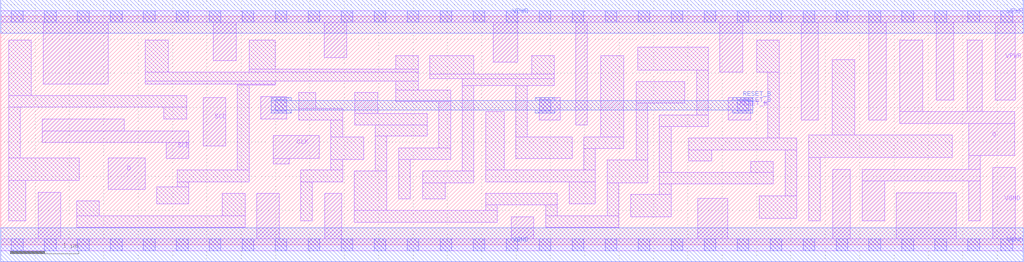
<source format=lef>
# Copyright 2020 The SkyWater PDK Authors
#
# Licensed under the Apache License, Version 2.0 (the "License");
# you may not use this file except in compliance with the License.
# You may obtain a copy of the License at
#
#     https://www.apache.org/licenses/LICENSE-2.0
#
# Unless required by applicable law or agreed to in writing, software
# distributed under the License is distributed on an "AS IS" BASIS,
# WITHOUT WARRANTIES OR CONDITIONS OF ANY KIND, either express or implied.
# See the License for the specific language governing permissions and
# limitations under the License.
#
# SPDX-License-Identifier: Apache-2.0

VERSION 5.7 ;
  NAMESCASESENSITIVE ON ;
  NOWIREEXTENSIONATPIN ON ;
  DIVIDERCHAR "/" ;
  BUSBITCHARS "[]" ;
UNITS
  DATABASE MICRONS 200 ;
END UNITS
MACRO sky130_fd_sc_hs__sdfrtp_4
  CLASS CORE ;
  SOURCE USER ;
  FOREIGN sky130_fd_sc_hs__sdfrtp_4 ;
  ORIGIN  0.000000  0.000000 ;
  SIZE  14.88000 BY  3.330000 ;
  SYMMETRY X Y R90 ;
  SITE unit ;
  PIN D
    ANTENNAGATEAREA  0.159000 ;
    DIRECTION INPUT ;
    USE SIGNAL ;
    PORT
      LAYER li1 ;
        RECT 1.565000 0.810000 2.100000 1.265000 ;
    END
  END D
  PIN Q
    ANTENNADIFFAREA  1.086400 ;
    DIRECTION OUTPUT ;
    USE SIGNAL ;
    PORT
      LAYER li1 ;
        RECT 12.535000 0.350000 12.865000 0.930000 ;
        RECT 12.535000 0.930000 14.255000 1.100000 ;
        RECT 13.085000 1.770000 14.755000 1.940000 ;
        RECT 13.085000 1.940000 13.415000 2.980000 ;
        RECT 14.065000 1.940000 14.280000 2.980000 ;
        RECT 14.085000 0.350000 14.255000 0.930000 ;
        RECT 14.085000 1.100000 14.255000 1.300000 ;
        RECT 14.085000 1.300000 14.755000 1.770000 ;
    END
  END Q
  PIN RESET_B
    ANTENNAGATEAREA  0.411000 ;
    DIRECTION INPUT ;
    USE SIGNAL ;
    PORT
      LAYER li1 ;
        RECT  3.785000 1.830000  4.165000 2.160000 ;
        RECT  7.835000 1.820000  8.145000 2.150000 ;
        RECT 10.585000 1.820000 10.915000 2.150000 ;
      LAYER mcon ;
        RECT  3.995000 1.950000  4.165000 2.120000 ;
        RECT  7.835000 1.950000  8.005000 2.120000 ;
        RECT 10.715000 1.950000 10.885000 2.120000 ;
      LAYER met1 ;
        RECT  3.935000 1.920000  4.225000 1.965000 ;
        RECT  3.935000 1.965000 10.945000 2.105000 ;
        RECT  3.935000 2.105000  4.225000 2.150000 ;
        RECT  7.775000 1.920000  8.065000 1.965000 ;
        RECT  7.775000 2.105000  8.065000 2.150000 ;
        RECT 10.655000 1.920000 10.945000 1.965000 ;
        RECT 10.655000 2.105000 10.945000 2.150000 ;
    END
  END RESET_B
  PIN SCD
    ANTENNAGATEAREA  0.159000 ;
    DIRECTION INPUT ;
    USE SIGNAL ;
    PORT
      LAYER li1 ;
        RECT 2.945000 1.440000 3.275000 2.150000 ;
    END
  END SCD
  PIN SCE
    ANTENNAGATEAREA  0.318000 ;
    DIRECTION INPUT ;
    USE SIGNAL ;
    PORT
      LAYER li1 ;
        RECT 0.605000 1.490000 2.735000 1.660000 ;
        RECT 0.605000 1.660000 1.795000 1.835000 ;
        RECT 2.405000 1.260000 2.735000 1.490000 ;
    END
  END SCE
  PIN CLK
    ANTENNAGATEAREA  0.279000 ;
    DIRECTION INPUT ;
    USE CLOCK ;
    PORT
      LAYER li1 ;
        RECT 3.965000 1.180000 4.195000 1.260000 ;
        RECT 3.965000 1.260000 4.635000 1.590000 ;
    END
  END CLK
  PIN VGND
    DIRECTION INOUT ;
    USE GROUND ;
    PORT
      LAYER li1 ;
        RECT  0.000000 -0.085000 14.880000 0.085000 ;
        RECT  0.545000  0.085000  0.875000 0.765000 ;
        RECT  3.725000  0.085000  4.055000 0.750000 ;
        RECT  4.715000  0.085000  4.965000 0.750000 ;
        RECT  7.430000  0.085000  7.760000 0.410000 ;
        RECT 10.140000  0.085000 10.580000 0.680000 ;
        RECT 12.105000  0.085000 12.365000 1.100000 ;
        RECT 13.035000  0.085000 13.905000 0.760000 ;
        RECT 14.435000  0.085000 14.765000 1.130000 ;
      LAYER mcon ;
        RECT  0.155000 -0.085000  0.325000 0.085000 ;
        RECT  0.635000 -0.085000  0.805000 0.085000 ;
        RECT  1.115000 -0.085000  1.285000 0.085000 ;
        RECT  1.595000 -0.085000  1.765000 0.085000 ;
        RECT  2.075000 -0.085000  2.245000 0.085000 ;
        RECT  2.555000 -0.085000  2.725000 0.085000 ;
        RECT  3.035000 -0.085000  3.205000 0.085000 ;
        RECT  3.515000 -0.085000  3.685000 0.085000 ;
        RECT  3.995000 -0.085000  4.165000 0.085000 ;
        RECT  4.475000 -0.085000  4.645000 0.085000 ;
        RECT  4.955000 -0.085000  5.125000 0.085000 ;
        RECT  5.435000 -0.085000  5.605000 0.085000 ;
        RECT  5.915000 -0.085000  6.085000 0.085000 ;
        RECT  6.395000 -0.085000  6.565000 0.085000 ;
        RECT  6.875000 -0.085000  7.045000 0.085000 ;
        RECT  7.355000 -0.085000  7.525000 0.085000 ;
        RECT  7.835000 -0.085000  8.005000 0.085000 ;
        RECT  8.315000 -0.085000  8.485000 0.085000 ;
        RECT  8.795000 -0.085000  8.965000 0.085000 ;
        RECT  9.275000 -0.085000  9.445000 0.085000 ;
        RECT  9.755000 -0.085000  9.925000 0.085000 ;
        RECT 10.235000 -0.085000 10.405000 0.085000 ;
        RECT 10.715000 -0.085000 10.885000 0.085000 ;
        RECT 11.195000 -0.085000 11.365000 0.085000 ;
        RECT 11.675000 -0.085000 11.845000 0.085000 ;
        RECT 12.155000 -0.085000 12.325000 0.085000 ;
        RECT 12.635000 -0.085000 12.805000 0.085000 ;
        RECT 13.115000 -0.085000 13.285000 0.085000 ;
        RECT 13.595000 -0.085000 13.765000 0.085000 ;
        RECT 14.075000 -0.085000 14.245000 0.085000 ;
        RECT 14.555000 -0.085000 14.725000 0.085000 ;
      LAYER met1 ;
        RECT 0.000000 -0.245000 14.880000 0.245000 ;
    END
  END VGND
  PIN VPWR
    DIRECTION INOUT ;
    USE POWER ;
    PORT
      LAYER li1 ;
        RECT  0.000000 3.245000 14.880000 3.415000 ;
        RECT  0.615000 2.345000  1.565000 3.245000 ;
        RECT  3.095000 2.685000  3.425000 3.245000 ;
        RECT  4.705000 2.730000  5.035000 3.245000 ;
        RECT  7.170000 2.660000  7.520000 3.245000 ;
        RECT  8.365000 1.745000  8.535000 3.245000 ;
        RECT 10.465000 2.520000 10.795000 3.245000 ;
        RECT 11.650000 1.820000 11.900000 3.245000 ;
        RECT 12.635000 1.820000 12.885000 3.245000 ;
        RECT 13.615000 2.110000 13.865000 3.245000 ;
        RECT 14.470000 2.110000 14.765000 3.245000 ;
      LAYER mcon ;
        RECT  0.155000 3.245000  0.325000 3.415000 ;
        RECT  0.635000 3.245000  0.805000 3.415000 ;
        RECT  1.115000 3.245000  1.285000 3.415000 ;
        RECT  1.595000 3.245000  1.765000 3.415000 ;
        RECT  2.075000 3.245000  2.245000 3.415000 ;
        RECT  2.555000 3.245000  2.725000 3.415000 ;
        RECT  3.035000 3.245000  3.205000 3.415000 ;
        RECT  3.515000 3.245000  3.685000 3.415000 ;
        RECT  3.995000 3.245000  4.165000 3.415000 ;
        RECT  4.475000 3.245000  4.645000 3.415000 ;
        RECT  4.955000 3.245000  5.125000 3.415000 ;
        RECT  5.435000 3.245000  5.605000 3.415000 ;
        RECT  5.915000 3.245000  6.085000 3.415000 ;
        RECT  6.395000 3.245000  6.565000 3.415000 ;
        RECT  6.875000 3.245000  7.045000 3.415000 ;
        RECT  7.355000 3.245000  7.525000 3.415000 ;
        RECT  7.835000 3.245000  8.005000 3.415000 ;
        RECT  8.315000 3.245000  8.485000 3.415000 ;
        RECT  8.795000 3.245000  8.965000 3.415000 ;
        RECT  9.275000 3.245000  9.445000 3.415000 ;
        RECT  9.755000 3.245000  9.925000 3.415000 ;
        RECT 10.235000 3.245000 10.405000 3.415000 ;
        RECT 10.715000 3.245000 10.885000 3.415000 ;
        RECT 11.195000 3.245000 11.365000 3.415000 ;
        RECT 11.675000 3.245000 11.845000 3.415000 ;
        RECT 12.155000 3.245000 12.325000 3.415000 ;
        RECT 12.635000 3.245000 12.805000 3.415000 ;
        RECT 13.115000 3.245000 13.285000 3.415000 ;
        RECT 13.595000 3.245000 13.765000 3.415000 ;
        RECT 14.075000 3.245000 14.245000 3.415000 ;
        RECT 14.555000 3.245000 14.725000 3.415000 ;
      LAYER met1 ;
        RECT 0.000000 3.085000 14.880000 3.575000 ;
    END
  END VPWR
  OBS
    LAYER li1 ;
      RECT  0.115000 0.350000  0.365000 0.935000 ;
      RECT  0.115000 0.935000  1.140000 1.265000 ;
      RECT  0.115000 1.265000  0.285000 2.005000 ;
      RECT  0.115000 2.005000  2.705000 2.175000 ;
      RECT  0.115000 2.175000  0.445000 2.980000 ;
      RECT  1.105000 0.255000  3.555000 0.425000 ;
      RECT  1.105000 0.425000  1.435000 0.640000 ;
      RECT  2.105000 2.345000  3.995000 2.390000 ;
      RECT  2.105000 2.390000  6.075000 2.515000 ;
      RECT  2.105000 2.515000  2.435000 2.980000 ;
      RECT  2.270000 0.595000  2.735000 0.845000 ;
      RECT  2.375000 1.830000  2.705000 2.005000 ;
      RECT  2.565000 0.845000  2.735000 0.920000 ;
      RECT  2.565000 0.920000  3.615000 1.090000 ;
      RECT  3.225000 0.425000  3.555000 0.750000 ;
      RECT  3.445000 1.090000  3.615000 2.330000 ;
      RECT  3.445000 2.330000  3.995000 2.345000 ;
      RECT  3.615000 2.515000  6.075000 2.560000 ;
      RECT  3.615000 2.560000  3.995000 2.980000 ;
      RECT  4.335000 1.820000  4.975000 1.990000 ;
      RECT  4.335000 1.990000  4.585000 2.220000 ;
      RECT  4.365000 0.350000  4.535000 0.920000 ;
      RECT  4.365000 0.920000  4.975000 1.090000 ;
      RECT  4.805000 1.090000  4.975000 1.245000 ;
      RECT  4.805000 1.245000  5.280000 1.575000 ;
      RECT  4.805000 1.575000  4.975000 1.820000 ;
      RECT  5.145000 0.330000  7.225000 0.500000 ;
      RECT  5.145000 0.500000  5.620000 1.075000 ;
      RECT  5.155000 1.745000  6.205000 1.915000 ;
      RECT  5.155000 1.915000  5.485000 2.220000 ;
      RECT  5.450000 1.075000  5.620000 1.585000 ;
      RECT  5.450000 1.585000  6.205000 1.745000 ;
      RECT  5.745000 2.085000  6.545000 2.255000 ;
      RECT  5.745000 2.255000  6.075000 2.390000 ;
      RECT  5.745000 2.560000  6.075000 2.755000 ;
      RECT  5.790000 0.670000  5.960000 1.245000 ;
      RECT  5.790000 1.245000  6.545000 1.415000 ;
      RECT  6.140000 0.670000  6.470000 0.905000 ;
      RECT  6.140000 0.905000  6.885000 1.075000 ;
      RECT  6.245000 2.425000  8.055000 2.490000 ;
      RECT  6.245000 2.490000  6.885000 2.755000 ;
      RECT  6.375000 1.415000  6.545000 2.085000 ;
      RECT  6.715000 1.075000  6.885000 2.320000 ;
      RECT  6.715000 2.320000  8.055000 2.425000 ;
      RECT  7.055000 0.500000  7.225000 0.580000 ;
      RECT  7.055000 0.580000  8.100000 0.750000 ;
      RECT  7.055000 0.920000  8.655000 1.090000 ;
      RECT  7.055000 1.090000  7.325000 1.945000 ;
      RECT  7.495000 1.260000  8.315000 1.575000 ;
      RECT  7.495000 1.575000  7.665000 2.320000 ;
      RECT  7.725000 2.490000  8.055000 2.755000 ;
      RECT  7.930000 0.255000  8.995000 0.425000 ;
      RECT  7.930000 0.425000  8.100000 0.580000 ;
      RECT  8.270000 0.595000  8.655000 0.920000 ;
      RECT  8.485000 1.090000  8.655000 1.405000 ;
      RECT  8.485000 1.405000  9.065000 1.575000 ;
      RECT  8.735000 1.575000  9.065000 2.755000 ;
      RECT  8.825000 0.425000  8.995000 0.905000 ;
      RECT  8.825000 0.905000  9.415000 1.235000 ;
      RECT  9.165000 0.405000  9.755000 0.735000 ;
      RECT  9.245000 1.235000  9.415000 2.065000 ;
      RECT  9.245000 2.065000  9.955000 2.380000 ;
      RECT  9.270000 2.550000 10.295000 2.880000 ;
      RECT  9.585000 0.735000  9.755000 0.885000 ;
      RECT  9.585000 0.885000 11.245000 1.055000 ;
      RECT  9.585000 1.055000  9.755000 1.725000 ;
      RECT  9.585000 1.725000 10.295000 1.895000 ;
      RECT 10.015000 1.225000 10.345000 1.385000 ;
      RECT 10.015000 1.385000 11.585000 1.555000 ;
      RECT 10.125000 1.895000 10.295000 2.550000 ;
      RECT 10.915000 1.055000 11.245000 1.215000 ;
      RECT 11.000000 2.520000 11.330000 2.980000 ;
      RECT 11.040000 0.385000 11.585000 0.715000 ;
      RECT 11.160000 1.555000 11.330000 2.520000 ;
      RECT 11.415000 0.715000 11.585000 1.385000 ;
      RECT 11.755000 0.350000 11.925000 1.270000 ;
      RECT 11.755000 1.270000 13.850000 1.600000 ;
      RECT 12.100000 1.600000 12.430000 2.700000 ;
  END
END sky130_fd_sc_hs__sdfrtp_4

</source>
